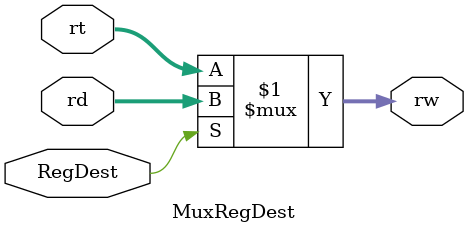
<source format=v>
`timescale 1ns / 1ps

module MuxRegDest(rt,
                  rd,
                  RegDest,
                  rw);
                  
    input [4:0] rt, rd;
    input RegDest;
    output [4:0] rw;
    assign rw = (RegDest) ? rd:rt;
endmodule // main

</source>
